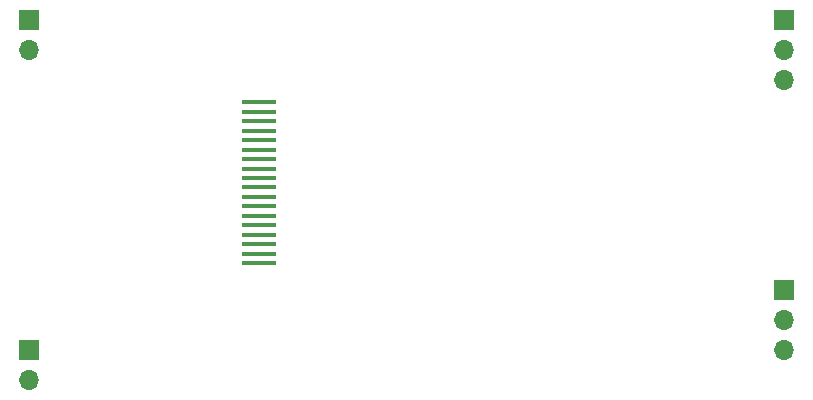
<source format=gbr>
G04 #@! TF.GenerationSoftware,KiCad,Pcbnew,8.0.8*
G04 #@! TF.CreationDate,2025-04-14T14:54:38+01:00*
G04 #@! TF.ProjectId,lcd_Daughterboard,6c63645f-4461-4756-9768-746572626f61,rev?*
G04 #@! TF.SameCoordinates,Original*
G04 #@! TF.FileFunction,Soldermask,Top*
G04 #@! TF.FilePolarity,Negative*
%FSLAX46Y46*%
G04 Gerber Fmt 4.6, Leading zero omitted, Abs format (unit mm)*
G04 Created by KiCad (PCBNEW 8.0.8) date 2025-04-14 14:54:38*
%MOMM*%
%LPD*%
G01*
G04 APERTURE LIST*
%ADD10R,3.000000X0.400000*%
%ADD11R,1.700000X1.700000*%
%ADD12O,1.700000X1.700000*%
G04 APERTURE END LIST*
D10*
X121500000Y-60700000D03*
X121500000Y-61500000D03*
X121500000Y-62300000D03*
X121500000Y-63100000D03*
X121500000Y-63900000D03*
X121500000Y-64700000D03*
X121500000Y-65500000D03*
X121500000Y-66300000D03*
X121500000Y-67100000D03*
X121500000Y-67900000D03*
X121500000Y-68700000D03*
X121500000Y-69500000D03*
X121500000Y-70300000D03*
X121500000Y-71100000D03*
X121500000Y-71900000D03*
X121500000Y-72700000D03*
X121500000Y-73500000D03*
X121500000Y-74300000D03*
D11*
X102100000Y-53700000D03*
D12*
X102100000Y-56240000D03*
D11*
X166000000Y-53700000D03*
D12*
X166000000Y-56240000D03*
X166000000Y-58780000D03*
D11*
X166000000Y-76600000D03*
D12*
X166000000Y-79140000D03*
X166000000Y-81680000D03*
D11*
X102100000Y-81700000D03*
D12*
X102100000Y-84240000D03*
M02*

</source>
